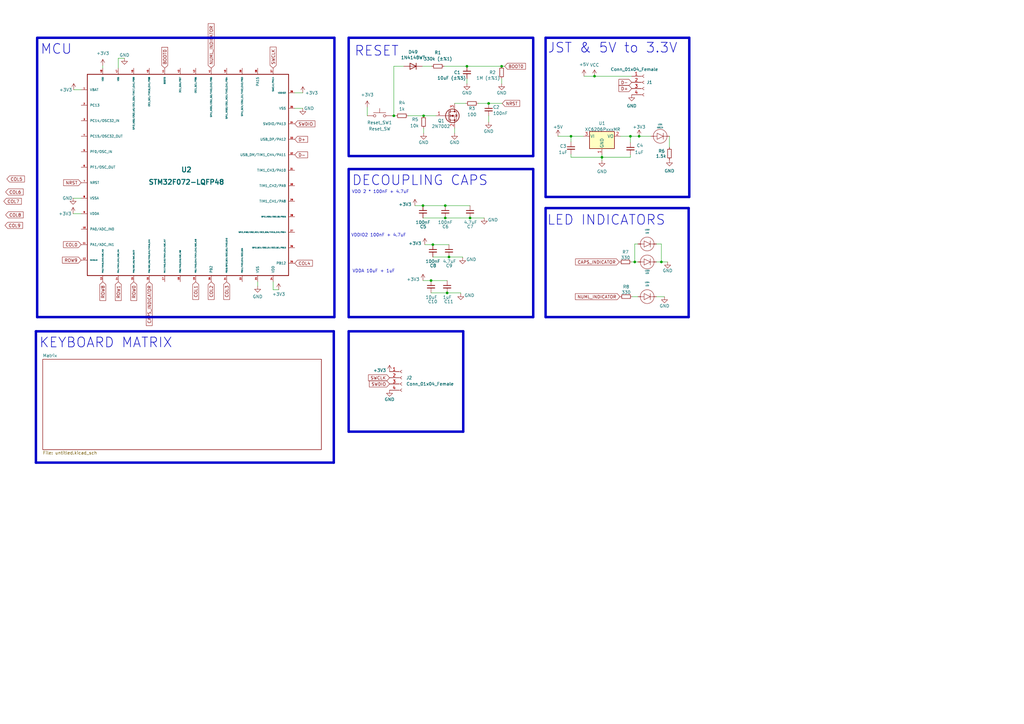
<source format=kicad_sch>
(kicad_sch (version 20211123) (generator eeschema)
  (paper "A3")
  (lib_symbols
    (symbol "Connector:Conn_01x04_Female" (pin_names (offset 1.016) hide)
      (property "Reference" "J" (at 0 5.08 0))
      (property "Value" "Conn_01x04_Female" (at 0 -7.62 0))
      (symbol "Conn_01x04_Female_1_1"
        (arc (start 0 -4.572) (mid -0.508 -5.08) (end 0 -5.588) (stroke (width 0.1524)))
        (arc (start 0 -2.032) (mid -0.508 -2.54) (end 0 -3.048) (stroke (width 0.1524)))
        (polyline (pts (xy -1.27 -5.08) (xy -0.508 -5.08)) (stroke (width 0.1524)))
        (polyline (pts (xy -1.27 -2.54) (xy -0.508 -2.54)) (stroke (width 0.1524)))
        (polyline (pts (xy -1.27 0) (xy -0.508 0)) (stroke (width 0.1524)))
        (polyline (pts (xy -1.27 2.54) (xy -0.508 2.54)) (stroke (width 0.1524)))
        (arc (start 0 0.508) (mid -0.508 0) (end 0 -0.508) (stroke (width 0.1524)))
        (arc (start 0 3.048) (mid -0.508 2.54) (end 0 2.032) (stroke (width 0.1524)))
        (pin passive line (at -5.08 2.54 0) (length 3.81) (name "Pin_1") (number "1"))
        (pin passive line (at -5.08 0 0) (length 3.81) (name "Pin_2") (number "2"))
        (pin passive line (at -5.08 -2.54 0) (length 3.81) (name "Pin_3") (number "3"))
        (pin passive line (at -5.08 -5.08 0) (length 3.81) (name "Pin_4") (number "4"))
      )
    )
    (symbol "Device:C_Small" (pin_numbers hide) (pin_names (offset 0.254) hide)
      (property "Reference" "C" (at 0.254 1.778 0))
      (property "Value" "C_Small" (at 0.254 -2.032 0))
      (symbol "C_Small_0_1"
        (polyline (pts (xy -1.524 -0.508) (xy 1.524 -0.508)) (stroke (width 0.3302)))
        (polyline (pts (xy -1.524 0.508) (xy 1.524 0.508)) (stroke (width 0.3048)))
      )
      (symbol "C_Small_1_1"
        (pin passive line (at 0 2.54 270) (length 2.032) (name "~") (number "1"))
        (pin passive line (at 0 -2.54 90) (length 2.032) (name "~") (number "2"))
      )
    )
    (symbol "Device:R_Small" (pin_numbers hide) (pin_names (offset 0.254) hide)
      (property "Reference" "R" (at 0.762 0.508 0))
      (property "Value" "R_Small" (at 0.762 -1.016 0))
      (symbol "R_Small_0_1"
        (rectangle (start -0.762 1.778) (end 0.762 -1.778) (stroke (width 0.2032)))
      )
      (symbol "R_Small_1_1"
        (pin passive line (at 0 2.54 270) (length 0.762) (name "~") (number "1"))
        (pin passive line (at 0 -2.54 90) (length 0.762) (name "~") (number "2"))
      )
    )
    (symbol "Diode:1N4148WT" (pin_numbers hide) (pin_names (offset 1.016) hide)
      (property "Reference" "D" (at 0 2.54 0))
      (property "Value" "1N4148WT" (at 0 -2.54 0))
      (symbol "1N4148WT_0_1"
        (polyline (pts (xy -1.27 1.27) (xy -1.27 -1.27)) (stroke (width 0.254)))
        (polyline (pts (xy 1.27 0) (xy -1.27 0)))
        (polyline (pts (xy 1.27 1.27) (xy 1.27 -1.27) (xy -1.27 0) (xy 1.27 1.27)) (stroke (width 0.254)))
      )
      (symbol "1N4148WT_1_1"
        (pin passive line (at -3.81 0 0) (length 2.54) (name "K") (number "1"))
        (pin passive line (at 3.81 0 180) (length 2.54) (name "A") (number "2"))
      )
    )
    (symbol "Regulator_Linear:XC6206PxxxMR" (pin_names (offset 0.254))
      (property "Reference" "U" (at -3.81 3.175 0))
      (property "Value" "XC6206PxxxMR" (at 0 3.175 0))
      (symbol "XC6206PxxxMR_0_1"
        (rectangle (start -5.08 1.905) (end 5.08 -5.08) (stroke (width 0.254)) (fill (type background)))
      )
      (symbol "XC6206PxxxMR_1_1"
        (pin power_in line (at 0 -7.62 90) (length 2.54) (name "GND") (number "1"))
        (pin power_out line (at 7.62 0 180) (length 2.54) (name "VO") (number "2"))
        (pin power_in line (at -7.62 0 0) (length 2.54) (name "VI") (number "3"))
      )
    )
    (symbol "Switch:SW_Push" (pin_numbers hide) (pin_names (offset 1.016) hide)
      (property "Reference" "SW" (at 1.27 2.54 0))
      (property "Value" "SW_Push" (at 0 -1.524 0))
      (symbol "SW_Push_0_1"
        (circle (center -2.032 0) (radius 0.508))
        (polyline (pts (xy 0 1.27) (xy 0 3.048)))
        (polyline (pts (xy 2.54 1.27) (xy -2.54 1.27)))
        (circle (center 2.032 0) (radius 0.508))
        (pin passive line (at -5.08 0 0) (length 2.54) (name "1") (number "1"))
        (pin passive line (at 5.08 0 180) (length 2.54) (name "2") (number "2"))
      )
    )
    (symbol "Transistor_FET:2N7002" (pin_names hide)
      (property "Reference" "Q" (at 5.08 1.905 0))
      (property "Value" "2N7002" (at 5.08 0 0))
      (symbol "2N7002_0_1"
        (polyline (pts (xy 0.254 0) (xy -2.54 0)))
        (polyline (pts (xy 0.254 1.905) (xy 0.254 -1.905)) (stroke (width 0.254)))
        (polyline (pts (xy 0.762 -1.27) (xy 0.762 -2.286)) (stroke (width 0.254)))
        (polyline (pts (xy 0.762 0.508) (xy 0.762 -0.508)) (stroke (width 0.254)))
        (polyline (pts (xy 0.762 2.286) (xy 0.762 1.27)) (stroke (width 0.254)))
        (polyline (pts (xy 2.54 2.54) (xy 2.54 1.778)))
        (polyline (pts (xy 2.54 -2.54) (xy 2.54 0) (xy 0.762 0)))
        (polyline (pts (xy 0.762 -1.778) (xy 3.302 -1.778) (xy 3.302 1.778) (xy 0.762 1.778)))
        (polyline (pts (xy 1.016 0) (xy 2.032 0.381) (xy 2.032 -0.381) (xy 1.016 0)) (fill (type outline)))
        (polyline (pts (xy 2.794 0.508) (xy 2.921 0.381) (xy 3.683 0.381) (xy 3.81 0.254)))
        (polyline (pts (xy 3.302 0.381) (xy 2.921 -0.254) (xy 3.683 -0.254) (xy 3.302 0.381)))
        (circle (center 1.651 0) (radius 2.794) (stroke (width 0.254)))
        (circle (center 2.54 -1.778) (radius 0.254) (fill (type outline)))
        (circle (center 2.54 1.778) (radius 0.254) (fill (type outline)))
      )
      (symbol "2N7002_1_1"
        (pin input line (at -5.08 0 0) (length 2.54) (name "G") (number "1"))
        (pin passive line (at 2.54 -5.08 90) (length 2.54) (name "S") (number "2"))
        (pin passive line (at 2.54 5.08 270) (length 2.54) (name "D") (number "3"))
      )
    )
    (symbol "acheronSymbols:LED" (pin_names (offset 1.016))
      (property "Reference" "LED" (at 0 -3.81 0))
      (property "Value" "LED" (at 0 3.81 0))
      (symbol "LED_0_1"
        (polyline (pts (xy -2.54 0) (xy -3.81 0)))
        (polyline (pts (xy 1.27 0) (xy 2.54 0)))
        (polyline (pts (xy 1.27 1.27) (xy 1.27 -1.27)))
        (polyline (pts (xy 2.54 0) (xy 3.81 0)))
        (polyline (pts (xy -2.54 0) (xy -1.27 0) (xy -1.27 1.27) (xy -1.27 -1.27) (xy 1.27 0) (xy -1.27 1.27) (xy -1.27 0)))
        (circle (center 0 0) (radius 2.8448))
      )
      (symbol "LED_1_1"
        (pin input line (at -3.81 0 0) (length 1.27) (name "A") (number "A"))
        (pin output line (at 3.81 0 180) (length 1.27) (name "K") (number "K"))
      )
    )
    (symbol "acheronSymbols:STM32F072-LQFP48" (pin_names (offset 1.016))
      (property "Reference" "U" (at 0 1.27 0))
      (property "Value" "STM32F072-LQFP48" (at 0 -2.54 0))
      (symbol "STM32F072-LQFP48_0_1"
        (rectangle (start 41.91 41.91) (end -40.64 -40.64) (stroke (width 0.3048)))
      )
      (symbol "STM32F072-LQFP48_1_1"
        (pin power_in line (at -43.18 35.56 0) (length 2.54) (name "VBAT") (number "1"))
        (pin bidirectional line (at -43.18 -21.59 0) (length 2.54) (name "PA0/ADC_IN0") (number "10"))
        (pin bidirectional line (at -43.18 -27.94 0) (length 2.54) (name "PA1/ADC_IN1") (number "11"))
        (pin bidirectional line (at -43.18 -34.29 0) (length 2.54) (name "PA2/ADC_IN2") (number "12"))
        (pin bidirectional line (at -34.29 -43.18 90) (length 2.54) (name "PA3/TIM15_CH2/ADC_IN3") (number "13"))
        (pin bidirectional line (at -27.94 -43.18 90) (length 2.54) (name "PA4/TIM14_CH1/ADC_IN4") (number "14"))
        (pin bidirectional line (at -21.59 -43.18 90) (length 2.54) (name "PA5/ADC_IN5/DAC_OUT2") (number "15"))
        (pin bidirectional line (at -15.24 -43.18 90) (length 2.54) (name "PA6/ADC_IN6/TIM3_CH1/TIM16_CH1") (number "16"))
        (pin bidirectional line (at -8.89 -43.18 90) (length 2.54) (name "PA7/TIM3_CH2/TIM14_CH1/ADC_IN7") (number "17"))
        (pin bidirectional line (at -2.54 -43.18 90) (length 2.54) (name "PB0/TIM3_CH3/ADC_IN8") (number "18"))
        (pin bidirectional line (at 3.81 -43.18 90) (length 2.54) (name "PB1/TIM3_CH4/TIM14_CH1/ADC_IN9") (number "19"))
        (pin bidirectional line (at -43.18 29.21 0) (length 2.54) (name "PC13") (number "2"))
        (pin bidirectional line (at 10.16 -43.18 90) (length 2.54) (name "PB2") (number "20"))
        (pin bidirectional line (at 16.51 -43.18 90) (length 2.54) (name "PB10/SPI2_SCK/I2C2_SCL/TIM2_CH3") (number "21"))
        (pin bidirectional line (at 22.86 -43.18 90) (length 2.54) (name "PB11/TIM2_CH4/I2C2_SDA") (number "22"))
        (pin power_in line (at 29.21 -43.18 90) (length 2.54) (name "VSS") (number "23"))
        (pin power_in line (at 35.56 -43.18 90) (length 2.54) (name "VDD") (number "24"))
        (pin bidirectional line (at 44.45 -35.56 180) (length 2.54) (name "PB12") (number "25"))
        (pin bidirectional line (at 44.45 -29.21 180) (length 2.54) (name "SPI2_SCK/I2S2_CK/I2C2_SCL/PB13") (number "26"))
        (pin bidirectional line (at 44.45 -22.86 180) (length 2.54) (name "SPI2_MISO/I2S2_MCK/I2C2_SDA/TIM15_CH1/PB14") (number "27"))
        (pin bidirectional line (at 44.45 -16.51 180) (length 2.54) (name "SPI2_MOSI/I2S2_SD/PB15") (number "28"))
        (pin bidirectional line (at 44.45 -10.16 180) (length 2.54) (name "TIM1_CH1/PA8") (number "29"))
        (pin bidirectional line (at -43.18 22.86 0) (length 2.54) (name "PC14/OSC32_IN") (number "3"))
        (pin bidirectional line (at 44.45 -3.81 180) (length 2.54) (name "TIM1_CH2/PA9") (number "30"))
        (pin bidirectional line (at 44.45 2.54 180) (length 2.54) (name "TIM1_CH3/PA10") (number "31"))
        (pin bidirectional line (at 44.45 8.89 180) (length 2.54) (name "USB_DM/TIM1_CH4/PA11") (number "32"))
        (pin bidirectional line (at 44.45 15.24 180) (length 2.54) (name "USB_DP/PA12") (number "33"))
        (pin bidirectional line (at 44.45 21.59 180) (length 2.54) (name "SWDIO/PA13") (number "34"))
        (pin power_in line (at 44.45 27.94 180) (length 2.54) (name "VSS") (number "35"))
        (pin power_in line (at 44.45 34.29 180) (length 2.54) (name "VDDIO2") (number "36"))
        (pin bidirectional line (at 35.56 44.45 270) (length 2.54) (name "SWCLK/PA14") (number "37"))
        (pin bidirectional line (at 29.21 44.45 270) (length 2.54) (name "PA15") (number "38"))
        (pin bidirectional line (at 22.86 44.45 270) (length 2.54) (name "SPI1_SCK/I2S1_CK/TIM2_CH2/PB3") (number "39"))
        (pin bidirectional line (at -43.18 16.51 0) (length 2.54) (name "PC15/OSC32_OUT") (number "4"))
        (pin bidirectional line (at 16.51 44.45 270) (length 2.54) (name "SPI1_MISO/I2S1_MCK/TIM3_CH1/PB4") (number "40"))
        (pin bidirectional line (at 10.16 44.45 270) (length 2.54) (name "SPI1_MOSI/I2S1_SD/TIM3_CH2/PB5") (number "41"))
        (pin bidirectional line (at 3.81 44.45 270) (length 2.54) (name "I2C1_SCL/PB6") (number "42"))
        (pin bidirectional line (at -2.54 44.45 270) (length 2.54) (name "2C1_SDA/PB7") (number "43"))
        (pin output line (at -8.89 44.45 270) (length 2.54) (name "BOOT0") (number "44"))
        (pin bidirectional line (at -15.24 44.45 270) (length 2.54) (name "I2C1_SCL/TIM16_CH1/PB8") (number "45"))
        (pin input line (at -21.59 44.45 270) (length 2.54) (name "SPI2_NSS/I2S2_WS/I2C1_SDA/TIM17_CH1/PB9") (number "46"))
        (pin input line (at -27.94 44.45 270) (length 2.54) (name "VSS") (number "47"))
        (pin input line (at -34.29 44.45 270) (length 2.54) (name "VDD") (number "48"))
        (pin bidirectional line (at -43.18 10.16 0) (length 2.54) (name "PF0/OSC_IN") (number "5"))
        (pin bidirectional line (at -43.18 3.81 0) (length 2.54) (name "PF1/OSC_OUT") (number "6"))
        (pin input line (at -43.18 -2.54 0) (length 2.54) (name "NRST") (number "7"))
        (pin power_in line (at -43.18 -8.89 0) (length 2.54) (name "VSSA") (number "8"))
        (pin power_in line (at -43.18 -15.24 0) (length 2.54) (name "VDDA") (number "9"))
      )
    )
    (symbol "power:+3.3V" (power) (pin_names (offset 0))
      (property "Value" "+3.3V" (at 0 3.556 0))
      (symbol "+3.3V_0_1"
        (polyline (pts (xy -0.762 1.27) (xy 0 2.54)))
        (polyline (pts (xy 0 0) (xy 0 2.54)))
        (polyline (pts (xy 0 2.54) (xy 0.762 1.27)))
      )
      (symbol "+3.3V_1_1"
        (pin power_in line (at 0 0 90) (length 0) hide (name "+3V3") (number "1"))
      )
    )
    (symbol "power:+5V" (power) (pin_names (offset 0))
      (property "Value" "+5V" (at 0 3.556 0))
      (symbol "+5V_0_1"
        (polyline (pts (xy -0.762 1.27) (xy 0 2.54)))
        (polyline (pts (xy 0 0) (xy 0 2.54)))
        (polyline (pts (xy 0 2.54) (xy 0.762 1.27)))
      )
      (symbol "+5V_1_1"
        (pin power_in line (at 0 0 90) (length 0) hide (name "+5V") (number "1"))
      )
    )
    (symbol "power:GND" (power) (pin_names (offset 0))
      (property "Value" "GND" (at 0 -3.81 0))
      (symbol "GND_0_1"
        (polyline (pts (xy 0 0) (xy 0 -1.27) (xy 1.27 -1.27) (xy 0 -2.54) (xy -1.27 -1.27) (xy 0 -1.27)))
      )
      (symbol "GND_1_1"
        (pin power_in line (at 0 0 270) (length 0) hide (name "GND") (number "1"))
      )
    )
    (symbol "power:VCC" (power) (pin_names (offset 0))
      (property "Value" "VCC" (at 0 3.81 0))
      (symbol "VCC_0_1"
        (polyline (pts (xy -0.762 1.27) (xy 0 2.54)))
        (polyline (pts (xy 0 0) (xy 0 2.54)))
        (polyline (pts (xy 0 2.54) (xy 0.762 1.27)))
      )
      (symbol "VCC_1_1"
        (pin power_in line (at 0 0 90) (length 0) hide (name "VCC") (number "1"))
      )
    )
  )
  (junction (at 262.128 55.88))
  (junction (at 161.544 47.498))
  (junction (at 182.626 84.328))
  (junction (at 183.388 120.142))
  (junction (at 243.84 31.242))
  (junction (at 205.74 27.178))
  (junction (at 184.15 105.41))
  (junction (at 173.482 84.328))
  (junction (at 234.188 55.88))
  (junction (at 176.784 115.062))
  (junction (at 246.888 64.516))
  (junction (at 177.546 100.33))
  (junction (at 192.786 89.408))
  (junction (at 260.35 107.442))
  (junction (at 258.572 55.88))
  (junction (at 271.272 107.442))
  (junction (at 191.516 27.178))
  (junction (at 173.736 47.498))
  (junction (at 182.626 89.408))
  (junction (at 200.406 42.418))
  (polyline (pts (xy 143.002 64.008) (xy 218.694 64.008)) (stroke (width 1) (type solid)))
  (wire (pts (xy 191.516 27.178) (xy 205.74 27.178)))
  (polyline (pts (xy 218.694 69.342) (xy 143.002 69.342)) (stroke (width 1) (type solid)))
  (wire (pts (xy 259.08 107.442) (xy 260.35 107.442)))
  (wire (pts (xy 186.436 52.578) (xy 186.436 54.61)))
  (polyline (pts (xy 282.702 15.494) (xy 223.774 15.494)) (stroke (width 1) (type solid)))
  (wire (pts (xy 258.572 55.88) (xy 258.572 58.42)))
  (polyline (pts (xy 143.002 130.048) (xy 143.002 69.342)) (stroke (width 1) (type solid)))
  (wire (pts (xy 182.626 89.408) (xy 192.786 89.408)))
  (wire (pts (xy 29.972 87.63) (xy 33.274 87.63)))
  (wire (pts (xy 271.272 107.442) (xy 273.812 107.442)))
  (wire (pts (xy 182.118 27.178) (xy 191.516 27.178)))
  (polyline (pts (xy 14.732 189.738) (xy 136.906 189.738)) (stroke (width 1) (type solid)))
  (polyline (pts (xy 143.002 63.5) (xy 143.002 15.494)) (stroke (width 1) (type solid)))
  (wire (pts (xy 254.508 55.88) (xy 258.572 55.88)))
  (wire (pts (xy 269.24 100.076) (xy 271.272 100.076)))
  (polyline (pts (xy 218.694 15.494) (xy 143.002 15.494)) (stroke (width 1) (type solid)))
  (wire (pts (xy 274.574 55.88) (xy 274.574 60.452)))
  (wire (pts (xy 174.244 100.33) (xy 177.546 100.33)))
  (polyline (pts (xy 136.906 135.89) (xy 14.732 135.89)) (stroke (width 1) (type solid)))
  (wire (pts (xy 200.406 47.498) (xy 200.406 50.038)))
  (wire (pts (xy 269.24 107.442) (xy 271.272 107.442)))
  (wire (pts (xy 259.334 121.666) (xy 261.62 121.666)))
  (polyline (pts (xy 223.774 130.048) (xy 282.448 130.048)) (stroke (width 1) (type solid)))
  (wire (pts (xy 182.626 84.328) (xy 192.786 84.328)))
  (wire (pts (xy 192.786 89.408) (xy 198.628 89.408)))
  (wire (pts (xy 234.188 55.88) (xy 239.268 55.88)))
  (wire (pts (xy 42.164 26.924) (xy 42.164 27.94)))
  (polyline (pts (xy 189.992 135.89) (xy 143.002 135.89)) (stroke (width 1) (type solid)))
  (polyline (pts (xy 143.002 130.048) (xy 218.694 130.048)) (stroke (width 1) (type solid)))
  (polyline (pts (xy 137.16 130.048) (xy 137.16 15.494)) (stroke (width 1) (type solid)))
  (polyline (pts (xy 218.694 16.002) (xy 218.694 64.008)) (stroke (width 1) (type solid)))
  (wire (pts (xy 173.228 27.178) (xy 177.038 27.178)))
  (wire (pts (xy 105.664 115.57) (xy 105.664 117.348)))
  (wire (pts (xy 120.904 38.1) (xy 124.206 38.1)))
  (wire (pts (xy 234.188 63.246) (xy 234.188 64.516)))
  (polyline (pts (xy 282.448 85.344) (xy 282.448 130.048)) (stroke (width 1) (type solid)))
  (wire (pts (xy 183.388 120.142) (xy 188.976 120.142)))
  (wire (pts (xy 161.544 47.498) (xy 162.306 47.498)))
  (wire (pts (xy 260.35 107.442) (xy 260.35 100.076)))
  (wire (pts (xy 260.35 107.442) (xy 261.62 107.442)))
  (wire (pts (xy 243.84 31.242) (xy 259.08 31.242)))
  (wire (pts (xy 271.272 100.076) (xy 271.272 107.442)))
  (polyline (pts (xy 143.002 177.038) (xy 143.002 135.89)) (stroke (width 1) (type solid)))
  (wire (pts (xy 48.514 27.94) (xy 48.514 23.876)))
  (wire (pts (xy 258.572 63.5) (xy 258.572 64.516)))
  (wire (pts (xy 239.522 31.242) (xy 243.84 31.242)))
  (wire (pts (xy 177.546 105.41) (xy 184.15 105.41)))
  (wire (pts (xy 173.482 115.062) (xy 176.784 115.062)))
  (wire (pts (xy 48.514 23.876) (xy 51.054 23.876)))
  (wire (pts (xy 167.386 47.498) (xy 173.736 47.498)))
  (polyline (pts (xy 15.24 130.048) (xy 137.16 130.048)) (stroke (width 1) (type solid)))
  (wire (pts (xy 161.544 27.178) (xy 161.544 47.498)))
  (polyline (pts (xy 223.774 130.048) (xy 223.774 85.344)) (stroke (width 1) (type solid)))
  (wire (pts (xy 258.572 55.88) (xy 262.128 55.88)))
  (wire (pts (xy 246.888 64.516) (xy 246.888 65.786)))
  (wire (pts (xy 196.088 42.418) (xy 200.406 42.418)))
  (polyline (pts (xy 218.694 69.342) (xy 218.694 130.048)) (stroke (width 1) (type solid)))
  (wire (pts (xy 260.35 100.076) (xy 261.62 100.076)))
  (wire (pts (xy 112.014 115.57) (xy 112.014 118.872)))
  (wire (pts (xy 184.15 105.41) (xy 189.738 105.41)))
  (polyline (pts (xy 282.448 85.344) (xy 223.774 85.344)) (stroke (width 1) (type solid)))
  (wire (pts (xy 150.622 43.942) (xy 150.622 47.498)))
  (wire (pts (xy 112.014 118.872) (xy 114.3 118.872)))
  (wire (pts (xy 234.188 64.516) (xy 246.888 64.516)))
  (wire (pts (xy 246.888 64.516) (xy 258.572 64.516)))
  (wire (pts (xy 160.782 47.498) (xy 161.544 47.498)))
  (polyline (pts (xy 136.906 135.89) (xy 136.906 189.738)) (stroke (width 1) (type solid)))
  (wire (pts (xy 228.854 55.88) (xy 234.188 55.88)))
  (wire (pts (xy 120.904 44.45) (xy 124.206 44.45)))
  (wire (pts (xy 205.74 27.178) (xy 207.01 27.178)))
  (wire (pts (xy 246.888 63.5) (xy 246.888 64.516)))
  (wire (pts (xy 170.18 84.328) (xy 173.482 84.328)))
  (polyline (pts (xy 223.774 80.772) (xy 282.702 80.772)) (stroke (width 1) (type solid)))
  (wire (pts (xy 173.482 84.328) (xy 182.626 84.328)))
  (wire (pts (xy 165.608 27.178) (xy 161.544 27.178)))
  (polyline (pts (xy 223.774 80.772) (xy 223.774 15.494)) (stroke (width 1) (type solid)))
  (wire (pts (xy 189.738 105.41) (xy 189.738 105.664)))
  (wire (pts (xy 186.436 42.418) (xy 191.008 42.418)))
  (wire (pts (xy 205.74 32.258) (xy 205.74 34.29)))
  (wire (pts (xy 173.736 52.578) (xy 173.736 54.61)))
  (wire (pts (xy 177.546 100.33) (xy 184.15 100.33)))
  (wire (pts (xy 30.226 36.83) (xy 33.274 36.83)))
  (polyline (pts (xy 14.732 189.738) (xy 14.732 135.89)) (stroke (width 1) (type solid)))
  (wire (pts (xy 176.784 115.062) (xy 183.388 115.062)))
  (wire (pts (xy 173.736 47.498) (xy 178.816 47.498)))
  (wire (pts (xy 29.972 81.28) (xy 33.274 81.28)))
  (wire (pts (xy 191.516 32.258) (xy 191.516 34.29)))
  (wire (pts (xy 176.784 120.142) (xy 183.388 120.142)))
  (polyline (pts (xy 15.24 15.748) (xy 15.24 130.048)) (stroke (width 1) (type solid)))
  (wire (pts (xy 234.188 58.166) (xy 234.188 55.88)))
  (wire (pts (xy 200.406 42.418) (xy 205.994 42.418)))
  (wire (pts (xy 173.482 89.408) (xy 182.626 89.408)))
  (polyline (pts (xy 189.992 135.89) (xy 189.992 177.038)) (stroke (width 1) (type solid)))
  (polyline (pts (xy 143.002 177.038) (xy 189.992 177.038)) (stroke (width 1) (type solid)))
  (wire (pts (xy 262.128 55.88) (xy 266.954 55.88)))
  (polyline (pts (xy 282.702 15.494) (xy 282.702 80.772)) (stroke (width 1) (type solid)))
  (wire (pts (xy 188.976 120.142) (xy 188.976 120.396)))
  (wire (pts (xy 269.24 121.666) (xy 272.542 121.666)))
  (polyline (pts (xy 15.24 15.494) (xy 137.16 15.494)) (stroke (width 1) (type solid)))
  (text "JST & 5V to 3.3V\n" (at 224.536 22.098 0) (effects (font (size 4 4) (thickness 0.254) bold) (justify left bottom)))
  (text "KEYBOARD MATRIX\n" (at 16.002 143.002 0) (effects (font (size 4 4) (thickness 0.254) bold) (justify left bottom)))
  (text "DECOUPLING CAPS\n" (at 144.272 76.454 0) (effects (font (size 4 4) (thickness 0.254) bold) (justify left bottom)))
  (text "VDDA 10uF + 1uF\n" (at 144.526 112.014 0) (effects (font (size 1.27 1.27)) (justify left bottom)))
  (text "RESET \n" (at 145.288 23.368 0) (effects (font (size 4 4) (thickness 0.254) bold) (justify left bottom)))
  (text "VDDIO2 100nF + 4.7uF\n" (at 144.018 97.282 0) (effects (font (size 1.27 1.27)) (justify left bottom)))
  (text "MCU" (at 16.51 22.606 0) (effects (font (size 4 4) (thickness 0.254) bold) (justify left bottom)))
  (text "LED INDICATORS\n" (at 224.282 92.71 0) (effects (font (size 4 4) (thickness 0.254) bold) (justify left bottom)))
  (text "VDD 2 * 100nF + 4.7uF\n" (at 144.272 79.502 0) (effects (font (size 1.27 1.27)) (justify left bottom)))
  (global_label "COL8" (shape input) (at 2.286 88.138 0) (property "Intersheet References" "${INTERSHEET_REFS}" (effects hide)))
  (global_label "NUML_INDICATOR" (shape input) (at 254.254 121.666 180) (property "Intersheet References" "${INTERSHEET_REFS}" (effects hide)))
  (global_label "ROW4" (shape input) (at -10.414 68.58 0) (property "Intersheet References" "${INTERSHEET_REFS}" (effects hide)))
  (global_label "ROW5" (shape input) (at -11.176 72.898 0) (property "Intersheet References" "${INTERSHEET_REFS}" (effects hide)))
  (global_label "SWDIO" (shape input) (at 120.904 50.8 0) (property "Intersheet References" "${INTERSHEET_REFS}" (effects hide)))
  (global_label "COL6" (shape input) (at 2.286 78.74 0) (property "Intersheet References" "${INTERSHEET_REFS}" (effects hide)))
  (global_label "COL4" (shape input) (at 120.904 107.95 0) (property "Intersheet References" "${INTERSHEET_REFS}" (effects hide)))
  (global_label "COL9" (shape input) (at 2.032 92.456 0) (property "Intersheet References" "${INTERSHEET_REFS}" (effects hide)))
  (global_label "ROW8" (shape input) (at 42.164 115.57 270) (property "Intersheet References" "${INTERSHEET_REFS}" (effects hide)))
  (global_label "COL1" (shape input) (at 80.264 115.57 270) (property "Intersheet References" "${INTERSHEET_REFS}" (effects hide)))
  (global_label "NUML_INDICATOR" (shape input) (at 86.614 27.94 90) (property "Intersheet References" "${INTERSHEET_REFS}" (effects hide)))
  (global_label "ROW0" (shape input) (at 54.864 115.57 270) (property "Intersheet References" "${INTERSHEET_REFS}" (effects hide)))
  (global_label "SWCLK" (shape input) (at 159.766 154.94 180) (property "Intersheet References" "${INTERSHEET_REFS}" (effects hide)))
  (global_label "NRST" (shape input) (at 33.274 74.93 180) (property "Intersheet References" "${INTERSHEET_REFS}" (effects hide)))
  (global_label "D-" (shape input) (at 259.08 33.782 180) (property "Intersheet References" "${INTERSHEET_REFS}" (effects hide)))
  (global_label "COL2" (shape input) (at 86.614 115.57 270) (property "Intersheet References" "${INTERSHEET_REFS}" (effects hide)))
  (global_label "BOOT0" (shape input) (at 67.564 27.94 90) (property "Intersheet References" "${INTERSHEET_REFS}" (effects hide)))
  (global_label "ROW9" (shape input) (at 33.274 106.68 180) (property "Intersheet References" "${INTERSHEET_REFS}" (effects hide)))
  (global_label "D+" (shape input) (at 259.08 36.322 180) (property "Intersheet References" "${INTERSHEET_REFS}" (effects hide)))
  (global_label "ROW2" (shape input) (at -26.67 96.774 270) (property "Intersheet References" "${INTERSHEET_REFS}" (effects hide)))
  (global_label "D-" (shape input) (at 120.904 63.5 0) (property "Intersheet References" "${INTERSHEET_REFS}" (effects hide)))
  (global_label "CAPS_INDICATOR" (shape input) (at 61.214 115.57 270) (property "Intersheet References" "${INTERSHEET_REFS}" (effects hide)))
  (global_label "D+" (shape input) (at 120.904 57.15 0) (property "Intersheet References" "${INTERSHEET_REFS}" (effects hide)))
  (global_label "NRST" (shape input) (at 205.994 42.418 0) (property "Intersheet References" "${INTERSHEET_REFS}" (effects hide)))
  (global_label "ROW1" (shape input) (at 48.514 115.57 270) (property "Intersheet References" "${INTERSHEET_REFS}" (effects hide)))
  (global_label "COL7" (shape input) (at 1.524 82.55 0) (property "Intersheet References" "${INTERSHEET_REFS}" (effects hide)))
  (global_label "COL3" (shape input) (at 92.964 115.57 270) (property "Intersheet References" "${INTERSHEET_REFS}" (effects hide)))
  (global_label "COL5" (shape input) (at 2.794 73.406 0) (property "Intersheet References" "${INTERSHEET_REFS}" (effects hide)))
  (global_label "SWDIO" (shape input) (at 159.766 157.48 180) (property "Intersheet References" "${INTERSHEET_REFS}" (effects hide)))
  (global_label "BOOT0" (shape input) (at 207.01 27.178 0) (property "Intersheet References" "${INTERSHEET_REFS}" (effects hide)))
  (global_label "CAPS_INDICATOR" (shape input) (at 254 107.442 180) (property "Intersheet References" "${INTERSHEET_REFS}" (effects hide)))
  (global_label "COL0" (shape input) (at 33.274 100.33 180) (property "Intersheet References" "${INTERSHEET_REFS}" (effects hide)))
  (global_label "ROW7" (shape input) (at -11.43 82.296 0) (property "Intersheet References" "${INTERSHEET_REFS}" (effects hide)))
  (global_label "SWCLK" (shape input) (at 112.014 27.94 90) (property "Intersheet References" "${INTERSHEET_REFS}" (effects hide)))
  (global_label "ROW6" (shape input) (at -11.43 77.724 0) (property "Intersheet References" "${INTERSHEET_REFS}" (effects hide)))
  (global_label "SWCLK" (shape input) (at 395.7543 329.0824 90) (property "Intersheet References" "${INTERSHEET_REFS}" (effects hide)))
  (global_label "ROW3" (shape input) (at -9.652 64.008 0) (property "Intersheet References" "${INTERSHEET_REFS}" (effects hide)))
  (symbol (lib_id "power:GND") (at 105.664 117.348 0) (unit 1)
    (property "Reference" "#PWR027" (effects hide))
    (property "Value" "GND" (at 105.664 121.666 0))
  )
  (symbol (lib_id "power:GND") (at 198.628 89.408 0) (unit 1)
    (property "Reference" "#PWR022" (effects hide))
    (property "Value" "GND" (at 202.184 90.17 0))
  )
  (symbol (lib_id "Device:R_Small") (at 173.736 50.038 180) (unit 1)
    (property "Reference" "R5" (at 168.91 49.022 0) (effects (justify right)))
    (property "Value" "10k" (at 168.148 51.562 0) (effects (justify right)))
    (property "Footprint" "Resistor_SMD:R_0603_1608Metric_Pad0.98x0.95mm_HandSolder" (effects hide))
  )
  (symbol (lib_id "Device:C_Small") (at 191.516 29.718 0) (unit 1)
    (property "Reference" "C1" (at 186.182 29.718 0) (effects (justify left)))
    (property "Value" "10uF (±%5)" (at 179.324 32.004 0) (effects (justify left)))
    (property "Footprint" "Capacitor_SMD:C_0201_0603Metric_Pad0.64x0.40mm_HandSolder" (effects hide))
  )
  (symbol (lib_id "power:GND") (at 186.436 54.61 0) (unit 1)
    (property "Reference" "#PWR014" (effects hide))
    (property "Value" "GND" (at 186.436 58.42 0))
  )
  (symbol (lib_id "power:GND") (at 200.406 50.038 0) (unit 1)
    (property "Reference" "#PWR012" (effects hide))
    (property "Value" "GND" (at 200.406 53.848 0))
  )
  (symbol (lib_id "power:GND") (at 124.206 44.45 0) (unit 1)
    (property "Reference" "#PWR011" (effects hide))
    (property "Value" "GND" (at 126.746 44.45 0))
  )
  (symbol (lib_id "power:+5V") (at 228.854 55.88 0) (unit 1)
    (property "Reference" "#PWR015" (effects hide))
    (property "Value" "+5V" (at 228.854 52.07 0))
  )
  (symbol (lib_id "power:GND") (at 205.74 34.29 0) (unit 1)
    (property "Reference" "#PWR06" (effects hide))
    (property "Value" "GND" (at 205.74 38.1 0))
  )
  (symbol (lib_id "Device:R_Small") (at 256.794 121.666 270) (unit 1)
    (property "Reference" "R8" (at 256.794 117.602 90))
    (property "Value" "330" (at 256.794 119.888 90))
    (property "Footprint" "Resistor_SMD:R_0603_1608Metric_Pad0.98x0.95mm_HandSolder" (effects hide))
  )
  (symbol (lib_id "power:GND") (at 51.054 23.876 0) (unit 1)
    (property "Reference" "#PWR01" (effects hide))
    (property "Value" "GND" (at 51.054 22.606 0))
  )
  (symbol (lib_id "Device:R_Small") (at 179.578 27.178 90) (unit 1)
    (property "Reference" "R1" (at 179.578 21.59 90))
    (property "Value" "330k (±%1)" (at 179.578 24.13 90))
    (property "Footprint" "Resistor_SMD:R_0603_1608Metric_Pad0.98x0.95mm_HandSolder" (effects hide))
  )
  (symbol (lib_id "power:VCC") (at 243.84 31.242 0) (unit 1)
    (property "Reference" "#PWR04" (effects hide))
    (property "Value" "VCC" (at 243.84 26.67 0))
  )
  (symbol (lib_id "acheronSymbols:LED") (at 265.43 121.666 0) (unit 1)
    (property "Reference" "LED4" (at 265.43 115.824 0) (effects (font (size 0.508 0.508))))
    (property "Value" "LED" (at 265.43 117.094 0) (effects (font (size 0.508 0.508))))
    (property "Footprint" "acheron_Components:LED_THT_2.54mm" (effects hide))
  )
  (symbol (lib_id "power:+3.3V") (at 150.622 43.942 0) (unit 1)
    (property "Reference" "#PWR010" (effects hide))
    (property "Value" "+3.3V" (at 150.622 38.862 0))
  )
  (symbol (lib_id "power:+3.3V") (at 170.18 84.328 0) (unit 1)
    (property "Reference" "#PWR020" (effects hide))
    (property "Value" "+3.3V" (at 166.116 83.82 0))
  )
  (symbol (lib_id "Device:C_Small") (at 192.786 86.868 0) (unit 1)
    (property "Reference" "C7" (at 191.516 92.964 0) (effects (justify left)))
    (property "Value" "4.7uF" (at 190.246 91.186 0) (effects (justify left)))
    (property "Footprint" "Capacitor_SMD:C_0201_0603Metric_Pad0.64x0.40mm_HandSolder" (effects hide))
  )
  (symbol (lib_id "power:GND") (at 189.738 105.664 0) (unit 1)
    (property "Reference" "#PWR024" (effects hide))
    (property "Value" "GND" (at 193.294 106.426 0))
  )
  (symbol (lib_id "acheronSymbols:LED") (at 270.764 55.88 0) (unit 1)
    (property "Reference" "LED1" (at 270.764 51.054 0) (effects (font (size 0.508 0.508))))
    (property "Value" "GREEN" (at 270.764 52.324 0) (effects (font (size 0.508 0.508))))
    (property "Footprint" "LED_SMD:LED_0603_1608Metric" (effects hide))
  )
  (symbol (lib_id "power:GND") (at 259.08 38.862 0) (unit 1)
    (property "Reference" "#PWR09" (effects hide))
    (property "Value" "GND" (at 259.08 43.434 0))
  )
  (symbol (lib_id "Device:C_Small") (at 258.572 60.96 0) (unit 1)
    (property "Reference" "C4" (at 261.112 59.69 0) (effects (justify left)))
    (property "Value" "1uF" (at 260.35 62.484 0) (effects (justify left)))
    (property "Footprint" "Capacitor_SMD:C_0201_0603Metric_Pad0.64x0.40mm_HandSolder" (effects hide))
  )
  (symbol (lib_id "power:+5V") (at 239.522 31.242 0) (unit 1)
    (property "Reference" "#PWR03" (effects hide))
    (property "Value" "+5V" (at 239.522 26.416 0))
  )
  (symbol (lib_id "Device:R_Small") (at 256.54 107.442 270) (unit 1)
    (property "Reference" "R7" (at 256.54 103.378 90))
    (property "Value" "330" (at 256.54 105.664 90))
    (property "Footprint" "Resistor_SMD:R_0603_1608Metric_Pad0.98x0.95mm_HandSolder" (effects hide))
  )
  (symbol (lib_id "Device:C_Small") (at 182.626 86.868 0) (unit 1)
    (property "Reference" "C6" (at 181.356 92.964 0) (effects (justify left)))
    (property "Value" "100nF" (at 179.578 91.186 0) (effects (justify left)))
    (property "Footprint" "Capacitor_SMD:C_0201_0603Metric_Pad0.64x0.40mm_HandSolder" (effects hide))
  )
  (symbol (lib_id "Device:C_Small") (at 177.546 102.87 0) (unit 1)
    (property "Reference" "C8" (at 176.276 108.966 0) (effects (justify left)))
    (property "Value" "100nF" (at 174.498 107.188 0) (effects (justify left)))
    (property "Footprint" "Capacitor_SMD:C_0201_0603Metric_Pad0.64x0.40mm_HandSolder" (effects hide))
  )
  (symbol (lib_id "Device:R_Small") (at 193.548 42.418 90) (unit 1)
    (property "Reference" "R3" (at 193.548 44.45 90))
    (property "Value" "100" (at 193.548 46.99 90))
    (property "Footprint" "Resistor_SMD:R_0603_1608Metric_Pad0.98x0.95mm_HandSolder" (effects hide))
  )
  (symbol (lib_id "power:+3.3V") (at 159.766 152.4 0) (unit 1)
    (property "Reference" "#PWR031" (effects hide))
    (property "Value" "+3.3V" (at 155.702 151.892 0))
  )
  (symbol (lib_id "Device:C_Small") (at 184.15 102.87 0) (unit 1)
    (property "Reference" "C9" (at 182.88 108.966 0) (effects (justify left)))
    (property "Value" "4.7uF" (at 181.61 107.188 0) (effects (justify left)))
    (property "Footprint" "Capacitor_SMD:C_0201_0603Metric_Pad0.64x0.40mm_HandSolder" (effects hide))
  )
  (symbol (lib_id "Transistor_FET:2N7002") (at 183.896 47.498 0) (unit 1)
    (property "Reference" "Q1" (at 179.578 49.53 0) (effects (justify left)))
    (property "Value" "2N7002" (at 177.038 51.816 0) (effects (justify left)))
    (property "Footprint" "Package_TO_SOT_SMD:SOT-23" (effects hide))
    (property "Datasheet" "https://www.onsemi.com/pub/Collateral/NDS7002A-D.PDF" (effects hide))
  )
  (symbol (lib_id "Connector:Conn_01x04_Female") (at 164.846 154.94 0) (unit 1)
    (property "Reference" "J2" (at 166.624 154.9399 0) (effects (justify left)))
    (property "Value" "Conn_01x04_Female" (at 166.624 157.4799 0) (effects (justify left)))
    (property "Footprint" "acheron_Connectors:PinHeader_1x4_P2.54mm_Vertical" (effects hide))
  )
  (symbol (lib_id "Device:C_Small") (at 176.784 117.602 0) (unit 1)
    (property "Reference" "C10" (at 175.514 123.698 0) (effects (justify left)))
    (property "Value" "10uF" (at 174.498 121.92 0) (effects (justify left)))
    (property "Footprint" "Capacitor_SMD:C_0201_0603Metric_Pad0.64x0.40mm_HandSolder" (effects hide))
  )
  (symbol (lib_id "power:GND") (at 246.888 65.786 0) (unit 1)
    (property "Reference" "#PWR018" (effects hide))
    (property "Value" "GND" (at 246.888 70.358 0))
  )
  (symbol (lib_id "acheronSymbols:LED") (at 265.43 100.076 0) (unit 1)
    (property "Reference" "LED2" (at 265.43 94.234 0) (effects (font (size 0.508 0.508))))
    (property "Value" "LED" (at 265.43 95.504 0) (effects (font (size 0.508 0.508))))
    (property "Footprint" "acheron_Components:LED_THT_2.54mm" (effects hide))
  )
  (symbol (lib_id "Device:R_Small") (at 274.574 62.992 0) (unit 1)
    (property "Reference" "R6" (at 270.002 61.976 0) (effects (justify left)))
    (property "Value" "1.5k" (at 268.986 64.008 0) (effects (justify left)))
    (property "Footprint" "Resistor_SMD:R_0603_1608Metric_Pad0.98x0.95mm_HandSolder" (effects hide))
  )
  (symbol (lib_id "Device:C_Small") (at 173.482 86.868 0) (unit 1)
    (property "Reference" "C5" (at 172.212 92.964 0) (effects (justify left)))
    (property "Value" "100nF" (at 170.434 91.186 0) (effects (justify left)))
    (property "Footprint" "Capacitor_SMD:C_0201_0603Metric_Pad0.64x0.40mm_HandSolder" (effects hide))
  )
  (symbol (lib_id "power:GND") (at 272.542 121.666 0) (unit 1)
    (property "Reference" "#PWR030" (effects hide))
    (property "Value" "GND" (at 272.542 125.476 0))
  )
  (symbol (lib_id "Device:C_Small") (at 200.406 44.958 0) (unit 1)
    (property "Reference" "C2" (at 202.184 43.942 0) (effects (justify left)))
    (property "Value" "100nF" (at 202.184 46.482 0) (effects (justify left)))
    (property "Footprint" "Capacitor_SMD:C_0201_0603Metric_Pad0.64x0.40mm_HandSolder" (effects hide))
  )
  (symbol (lib_id "acheronSymbols:STM32F072-LQFP48") (at 76.454 72.39 0) (unit 1)
    (property "Reference" "U2" (at 76.454 69.596 0) (effects (font (size 2.0066 2.0066) bold)))
    (property "Value" "STM32F072-LQFP48" (at 76.454 74.676 0) (effects (font (size 2.0066 2.0066) bold)))
    (property "Footprint" "acheron_Components:LQFP-48_7x7mm_P0.5mm" (effects hide))
  )
  (symbol (lib_id "Device:R_Small") (at 164.846 47.498 90) (unit 1)
    (property "Reference" "R4" (at 164.846 42.164 90))
    (property "Value" "1k" (at 164.846 44.704 90))
    (property "Footprint" "Resistor_SMD:R_0603_1608Metric_Pad0.98x0.95mm_HandSolder" (effects hide))
  )
  (symbol (lib_id "power:GND") (at 191.516 34.29 0) (unit 1)
    (property "Reference" "#PWR05" (effects hide))
    (property "Value" "GND" (at 191.516 38.1 0))
  )
  (symbol (lib_id "Device:C_Small") (at 234.188 60.706 0) (unit 1)
    (property "Reference" "C3" (at 229.616 59.944 0) (effects (justify left)))
    (property "Value" "1uF" (at 229.108 62.484 0) (effects (justify left)))
    (property "Footprint" "Capacitor_SMD:C_0201_0603Metric_Pad0.64x0.40mm_HandSolder" (effects hide))
  )
  (symbol (lib_id "power:GND") (at 273.812 107.442 0) (unit 1)
    (property "Reference" "#PWR025" (effects hide))
    (property "Value" "GND" (at 273.812 110.998 0))
  )
  (symbol (lib_id "power:GND") (at 29.972 81.28 0) (unit 1)
    (property "Reference" "#PWR019" (effects hide))
    (property "Value" "GND" (at 27.686 81.28 0))
  )
  (symbol (lib_id "Diode:1N4148WT") (at 169.418 27.178 180) (unit 1)
    (property "Reference" "D49" (at 169.418 21.336 0))
    (property "Value" "1N4148WT" (at 169.418 23.622 0))
    (property "Footprint" "Diode_SMD:D_SOD-523" (effects hide))
    (property "Datasheet" "https://www.diodes.com/assets/Datasheets/ds30396.pdf" (effects hide))
  )
  (symbol (lib_id "power:GND") (at 159.766 160.02 0) (unit 1)
    (property "Reference" "#PWR032" (effects hide))
    (property "Value" "GND" (at 159.766 163.83 0))
  )
  (symbol (lib_id "power:+3.3V") (at 114.3 118.872 0) (unit 1)
    (property "Reference" "#PWR028" (effects hide))
    (property "Value" "+3.3V" (at 114.3 120.65 0))
  )
  (symbol (lib_id "power:GND") (at 188.976 120.396 0) (unit 1)
    (property "Reference" "#PWR029" (effects hide))
    (property "Value" "GND" (at 192.532 121.158 0))
  )
  (symbol (lib_id "Device:R_Small") (at 205.74 29.718 180) (unit 1)
    (property "Reference" "R2" (at 200.66 29.718 0) (effects (justify right)))
    (property "Value" "1M (±%1)" (at 195.326 32.004 0) (effects (justify right)))
    (property "Footprint" "Resistor_SMD:R_0603_1608Metric_Pad0.98x0.95mm_HandSolder" (effects hide))
  )
  (symbol (lib_id "power:GND") (at 173.736 54.61 0) (unit 1)
    (property "Reference" "#PWR013" (effects hide))
    (property "Value" "GND" (at 173.736 58.42 0))
  )
  (symbol (lib_id "Connector:Conn_01x04_Female") (at 264.16 33.782 0) (unit 1)
    (property "Reference" "J1" (at 265.176 33.7819 0) (effects (justify left)))
    (property "Value" "Conn_01x04_Female" (at 250.444 28.448 0) (effects (justify left)))
    (property "Footprint" "acheron_Connectors:SM04B-SRSS-TB(LF)(SN)" (effects hide))
  )
  (symbol (lib_id "power:+3.3V") (at 262.128 55.88 0) (unit 1)
    (property "Reference" "#PWR016" (effects hide))
    (property "Value" "+3.3V" (at 262.128 52.07 0))
  )
  (symbol (lib_id "Switch:SW_Push") (at 155.702 47.498 0) (unit 1)
    (property "Reference" "Reset_SW1" (at 155.702 50.292 0))
    (property "Value" "Reset_SW" (at 155.702 52.832 0))
    (property "Footprint" "Button_Switch_SMD:SW_SPST_SKQG_WithStem" (effects hide))
  )
  (symbol (lib_id "Device:C_Small") (at 183.388 117.602 0) (unit 1)
    (property "Reference" "C11" (at 182.118 123.698 0) (effects (justify left)))
    (property "Value" "1uF" (at 181.61 121.92 0) (effects (justify left)))
    (property "Footprint" "Capacitor_SMD:C_0201_0603Metric_Pad0.64x0.40mm_HandSolder" (effects hide))
  )
  (symbol (lib_id "power:+3.3V") (at 29.972 87.63 0) (unit 1)
    (property "Reference" "#PWR021" (effects hide))
    (property "Value" "+3.3V" (at 26.67 87.63 0))
  )
  (symbol (lib_id "Regulator_Linear:XC6206PxxxMR") (at 246.888 55.88 0) (unit 1)
    (property "Reference" "U1" (at 246.888 50.546 0))
    (property "Value" "XC6206PxxxMR" (at 247.142 53.086 0))
    (property "Footprint" "Package_TO_SOT_SMD:SOT-23" (effects hide))
    (property "Datasheet" "https://www.torexsemi.com/file/xc6206/XC6206.pdf" (effects hide))
  )
  (symbol (lib_id "power:+3.3V") (at 173.482 115.062 0) (unit 1)
    (property "Reference" "#PWR026" (effects hide))
    (property "Value" "+3.3V" (at 169.418 114.554 0))
  )
  (symbol (lib_id "power:GND") (at 274.574 65.532 0) (unit 1)
    (property "Reference" "#PWR017" (effects hide))
    (property "Value" "GND" (at 274.574 70.104 0))
  )
  (symbol (lib_id "power:+3.3V") (at 124.206 38.1 0) (unit 1)
    (property "Reference" "#PWR08" (effects hide))
    (property "Value" "+3.3V" (at 127.762 38.1 0))
  )
  (symbol (lib_id "power:+3.3V") (at 30.226 36.83 0) (unit 1)
    (property "Reference" "#PWR07" (effects hide))
    (property "Value" "+3.3V" (at 26.924 36.83 0))
  )
  (symbol (lib_id "power:+3.3V") (at 42.164 26.924 0) (unit 1)
    (property "Reference" "#PWR02" (effects hide))
    (property "Value" "+3.3V" (at 42.164 21.844 0))
  )
  (symbol (lib_id "acheronSymbols:LED") (at 265.43 107.442 0) (unit 1)
    (property "Reference" "LED3" (at 265.43 110.998 0) (effects (font (size 0.508 0.508))))
    (property "Value" "LED" (at 265.43 112.014 0) (effects (font (size 0.508 0.508))))
    (property "Footprint" "acheron_Components:LED_THT_2.54mm" (effects hide))
  )
  (symbol (lib_id "power:+3.3V") (at 174.244 100.33 0) (unit 1)
    (property "Reference" "#PWR023" (effects hide))
    (property "Value" "+3.3V" (at 170.18 99.822 0))
  )
  (sheet (at 17.526 147.32) (size 114.3 37.084) (stroke (width 0.1524))
    (property "Sheet name" "Matrix" (at 17.526 146.6084 0) (effects (justify left bottom)))
    (property "Sheet file" "untitled.kicad_sch" (at 17.526 184.9886 0) (effects (justify left top)))
  )
)
</source>
